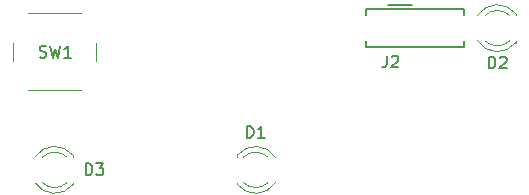
<source format=gbr>
%TF.GenerationSoftware,KiCad,Pcbnew,(6.0.1)*%
%TF.CreationDate,2022-10-24T21:30:42-07:00*%
%TF.ProjectId,DuDad,44754461-642e-46b6-9963-61645f706362,1.4*%
%TF.SameCoordinates,Original*%
%TF.FileFunction,Legend,Top*%
%TF.FilePolarity,Positive*%
%FSLAX46Y46*%
G04 Gerber Fmt 4.6, Leading zero omitted, Abs format (unit mm)*
G04 Created by KiCad (PCBNEW (6.0.1)) date 2022-10-24 21:30:42*
%MOMM*%
%LPD*%
G01*
G04 APERTURE LIST*
%ADD10C,0.150000*%
%ADD11C,0.120000*%
G04 APERTURE END LIST*
D10*
%TO.C,J2*%
X91360666Y-55078380D02*
X91360666Y-55792666D01*
X91313047Y-55935523D01*
X91217809Y-56030761D01*
X91074952Y-56078380D01*
X90979714Y-56078380D01*
X91789238Y-55173619D02*
X91836857Y-55126000D01*
X91932095Y-55078380D01*
X92170190Y-55078380D01*
X92265428Y-55126000D01*
X92313047Y-55173619D01*
X92360666Y-55268857D01*
X92360666Y-55364095D01*
X92313047Y-55506952D01*
X91741619Y-56078380D01*
X92360666Y-56078380D01*
%TO.C,SW1*%
X61968666Y-55190761D02*
X62111523Y-55238380D01*
X62349619Y-55238380D01*
X62444857Y-55190761D01*
X62492476Y-55143142D01*
X62540095Y-55047904D01*
X62540095Y-54952666D01*
X62492476Y-54857428D01*
X62444857Y-54809809D01*
X62349619Y-54762190D01*
X62159142Y-54714571D01*
X62063904Y-54666952D01*
X62016285Y-54619333D01*
X61968666Y-54524095D01*
X61968666Y-54428857D01*
X62016285Y-54333619D01*
X62063904Y-54286000D01*
X62159142Y-54238380D01*
X62397238Y-54238380D01*
X62540095Y-54286000D01*
X62873428Y-54238380D02*
X63111523Y-55238380D01*
X63302000Y-54524095D01*
X63492476Y-55238380D01*
X63730571Y-54238380D01*
X64635333Y-55238380D02*
X64063904Y-55238380D01*
X64349619Y-55238380D02*
X64349619Y-54238380D01*
X64254380Y-54381238D01*
X64159142Y-54476476D01*
X64063904Y-54524095D01*
%TO.C,D1*%
X79517104Y-62032780D02*
X79517104Y-61032780D01*
X79755200Y-61032780D01*
X79898057Y-61080400D01*
X79993295Y-61175638D01*
X80040914Y-61270876D01*
X80088533Y-61461352D01*
X80088533Y-61604209D01*
X80040914Y-61794685D01*
X79993295Y-61889923D01*
X79898057Y-61985161D01*
X79755200Y-62032780D01*
X79517104Y-62032780D01*
X81040914Y-62032780D02*
X80469485Y-62032780D01*
X80755200Y-62032780D02*
X80755200Y-61032780D01*
X80659961Y-61175638D01*
X80564723Y-61270876D01*
X80469485Y-61318495D01*
%TO.C,D2*%
X99991904Y-56162380D02*
X99991904Y-55162380D01*
X100230000Y-55162380D01*
X100372857Y-55210000D01*
X100468095Y-55305238D01*
X100515714Y-55400476D01*
X100563333Y-55590952D01*
X100563333Y-55733809D01*
X100515714Y-55924285D01*
X100468095Y-56019523D01*
X100372857Y-56114761D01*
X100230000Y-56162380D01*
X99991904Y-56162380D01*
X100944285Y-55257619D02*
X100991904Y-55210000D01*
X101087142Y-55162380D01*
X101325238Y-55162380D01*
X101420476Y-55210000D01*
X101468095Y-55257619D01*
X101515714Y-55352857D01*
X101515714Y-55448095D01*
X101468095Y-55590952D01*
X100896666Y-56162380D01*
X101515714Y-56162380D01*
%TO.C,D3*%
X65861904Y-65202380D02*
X65861904Y-64202380D01*
X66100000Y-64202380D01*
X66242857Y-64250000D01*
X66338095Y-64345238D01*
X66385714Y-64440476D01*
X66433333Y-64630952D01*
X66433333Y-64773809D01*
X66385714Y-64964285D01*
X66338095Y-65059523D01*
X66242857Y-65154761D01*
X66100000Y-65202380D01*
X65861904Y-65202380D01*
X66766666Y-64202380D02*
X67385714Y-64202380D01*
X67052380Y-64583333D01*
X67195238Y-64583333D01*
X67290476Y-64630952D01*
X67338095Y-64678571D01*
X67385714Y-64773809D01*
X67385714Y-65011904D01*
X67338095Y-65107142D01*
X67290476Y-65154761D01*
X67195238Y-65202380D01*
X66909523Y-65202380D01*
X66814285Y-65154761D01*
X66766666Y-65107142D01*
%TO.C,J2*%
X89650000Y-51120000D02*
X97950000Y-51120000D01*
X89650000Y-54320000D02*
X97950000Y-54320000D01*
X91500000Y-50820000D02*
X93500000Y-50820000D01*
X89650000Y-51595000D02*
X89650000Y-51120000D01*
X97950000Y-54320000D02*
X97950000Y-53845000D01*
X97950000Y-51120000D02*
X97950000Y-51595000D01*
X89650000Y-53845000D02*
X89650000Y-54320000D01*
D11*
%TO.C,SW1*%
X61000000Y-58000000D02*
X65500000Y-58000000D01*
X65500000Y-51500000D02*
X61000000Y-51500000D01*
X66750000Y-55500000D02*
X66750000Y-54000000D01*
X59750000Y-54000000D02*
X59750000Y-55500000D01*
%TO.C,D1*%
X78710000Y-65830000D02*
X78710000Y-65986000D01*
X78710000Y-63514000D02*
X78710000Y-63670000D01*
X81942335Y-63671392D02*
G75*
G03*
X78710000Y-63514484I-1672335J-1078609D01*
G01*
X78710000Y-65985516D02*
G75*
G03*
X81942335Y-65828608I1560000J1235517D01*
G01*
X79229039Y-65830000D02*
G75*
G03*
X81311130Y-65829837I1040961J1080000D01*
G01*
X81311130Y-63670163D02*
G75*
G03*
X79229039Y-63670000I-1041130J-1079837D01*
G01*
%TO.C,D2*%
X102290000Y-53986000D02*
X102290000Y-53830000D01*
X102290000Y-51670000D02*
X102290000Y-51514000D01*
X102290000Y-51514484D02*
G75*
G03*
X99057665Y-51671392I-1560000J-1235517D01*
G01*
X99688870Y-53829837D02*
G75*
G03*
X101770961Y-53830000I1041130J1079837D01*
G01*
X99057665Y-53828608D02*
G75*
G03*
X102290000Y-53985516I1672335J1078609D01*
G01*
X101770961Y-51670000D02*
G75*
G03*
X99688870Y-51670163I-1040961J-1080000D01*
G01*
%TO.C,D3*%
X64810000Y-65986000D02*
X64810000Y-65830000D01*
X64810000Y-63670000D02*
X64810000Y-63514000D01*
X64810000Y-63514484D02*
G75*
G03*
X61577665Y-63671392I-1560000J-1235517D01*
G01*
X62208870Y-65829837D02*
G75*
G03*
X64290961Y-65830000I1041130J1079837D01*
G01*
X61577665Y-65828608D02*
G75*
G03*
X64810000Y-65985516I1672335J1078609D01*
G01*
X64290961Y-63670000D02*
G75*
G03*
X62208870Y-63670163I-1040961J-1080000D01*
G01*
%TD*%
M02*

</source>
